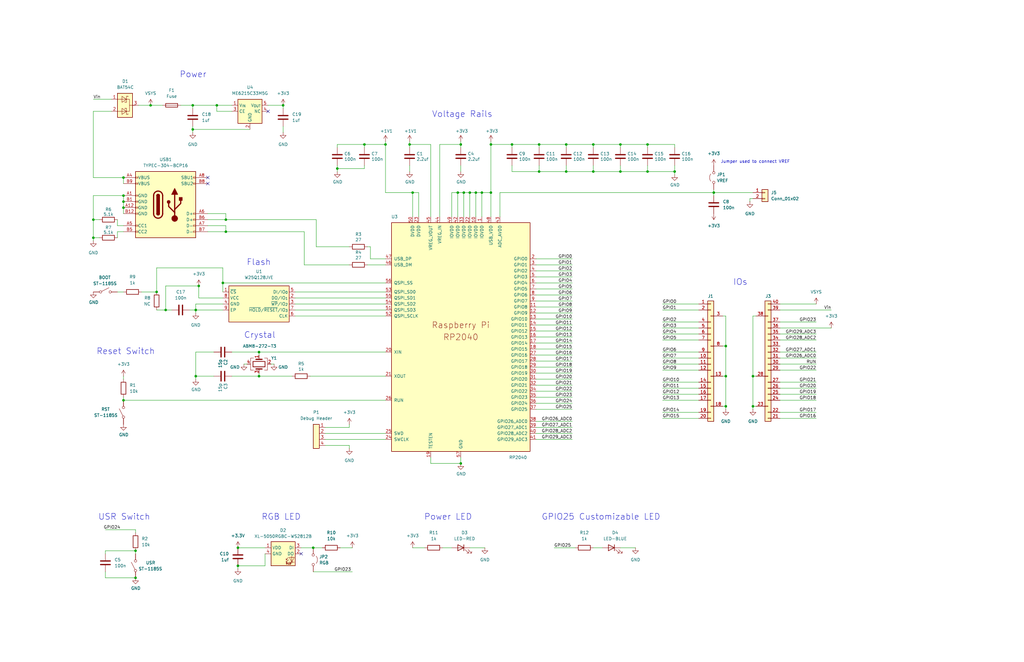
<source format=kicad_sch>
(kicad_sch (version 20250114) (generator "eeschema") (generator_version "9.0")
  (paper "B")
  (title_block (title "YD-RP2040 2022 v1.3 Remake") (date "2024-01-16") (rev "REV0"))
  (lib_symbols
    (symbol "+3V3_1" (power) (pin_numbers (hide yes)) (pin_names (offset 0) (hide yes))
      (property "Value" "+3V3" (at 0 3.556 0))
      (symbol "+3V3_1_1_1"
        (pin power_in line (at 0 0 90) (length 0) (name "~") (number "1"))
      )
    )
    (symbol "+3V3_2" (power) (pin_numbers (hide yes)) (pin_names (offset 0) (hide yes))
      (property "Value" "+3V3" (at 0 3.556 0))
      (symbol "+3V3_2_1_1"
        (pin power_in line (at 0 0 90) (length 0) (name "~") (number "1"))
      )
    )
    (symbol "+3V3_3" (power) (pin_numbers (hide yes)) (pin_names (offset 0) (hide yes))
      (property "Value" "+3V3" (at 0 3.556 0))
      (symbol "+3V3_3_1_1"
        (pin power_in line (at 0 0 90) (length 0) (name "~") (number "1"))
      )
    )
    (symbol "+3V3_4" (power) (pin_numbers (hide yes)) (pin_names (offset 0) (hide yes))
      (property "Value" "+3V3" (at 0 3.556 0))
      (symbol "+3V3_4_1_1"
        (pin power_in line (at 0 0 90) (length 0) (name "~") (number "1"))
      )
    )
    (symbol "+3V3_5" (power) (pin_numbers (hide yes)) (pin_names (offset 0) (hide yes))
      (property "Value" "+3V3" (at 0 3.556 0))
      (symbol "+3V3_5_1_1"
        (pin power_in line (at 0 0 90) (length 0) (name "~") (number "1"))
      )
    )
    (symbol "+3V3_6" (power) (pin_numbers (hide yes)) (pin_names (offset 0) (hide yes))
      (property "Value" "+3V3" (at 0 3.556 0))
      (symbol "+3V3_6_1_1"
        (pin power_in line (at 0 0 90) (length 0) (name "~") (number "1"))
      )
    )
    (symbol "+3V3_7" (power) (pin_numbers (hide yes)) (pin_names (offset 0) (hide yes))
      (property "Value" "+3V3" (at 0 3.556 0))
      (symbol "+3V3_7_1_1"
        (pin power_in line (at 0 0 90) (length 0) (name "~") (number "1"))
      )
    )
    (symbol "+3V3_8" (power) (pin_numbers (hide yes)) (pin_names (offset 0) (hide yes))
      (property "Value" "+3V3" (at 0 3.556 0))
      (symbol "+3V3_8_1_1"
        (pin power_in line (at 0 0 90) (length 0) (name "~") (number "1"))
      )
    )
    (symbol "+3V3_9" (power) (pin_numbers (hide yes)) (pin_names (offset 0) (hide yes))
      (property "Value" "+3V3" (at 0 3.556 0))
      (symbol "+3V3_9_1_1"
        (pin power_in line (at 0 0 90) (length 0) (name "~") (number "1"))
      )
    )
    (symbol "BAT54C_1" (pin_names (offset 1.016))
      (property "Reference" "P1" (at 1.27 7.62 0))
      (property "Value" "Debug Header" (at 1.27 5.08 0))
      (symbol "BAT54C_1_1_1"
        (pin passive line (at 5.08 1.27 180) (length 2.54) (name "~") (number "1"))
        (pin passive line (at 5.08 -1.27 180) (length 2.54) (name "~") (number "2"))
        (pin passive line (at 5.08 -3.81 180) (length 2.54) (name "~") (number "3"))
        (pin passive line (at 5.08 -6.35 180) (length 2.54) (name "~") (number "4"))
      )
    )
    (symbol "Conn_01x20_1" (pin_names (offset 1.016) (hide yes))
      (property "Reference" "J3" (at -1.27 28.194 0))
      (property "Value" "Conn_01x20" (at -5.842 26.162 0))
      (symbol "Conn_01x20_1_1_1"
        (pin passive line (at -5.08 22.86 0) (length 3.81) (name "Pin_20") (number "40"))
        (pin passive line (at -5.08 20.32 0) (length 3.81) (name "Pin_19") (number "39"))
        (pin passive line (at -5.08 15.24 0) (length 3.81) (name "Pin_17") (number "37"))
        (pin passive line (at -5.08 12.7 0) (length 3.81) (name "Pin_16") (number "36"))
        (pin passive line (at -5.08 10.16 0) (length 3.81) (name "Pin_15") (number "35"))
        (pin passive line (at -5.08 7.62 0) (length 3.81) (name "Pin_14") (number "34"))
        (pin passive line (at -5.08 5.08 0) (length 3.81) (name "Pin_13") (number "33"))
        (pin passive line (at -5.08 2.54 0) (length 3.81) (name "Pin_12") (number "32"))
        (pin passive line (at -5.08 0 0) (length 3.81) (name "Pin_11") (number "31"))
        (pin passive line (at -5.08 -2.54 0) (length 3.81) (name "Pin_10") (number "30"))
        (pin passive line (at -5.08 -5.08 0) (length 3.81) (name "Pin_9") (number "29"))
        (pin passive line (at -5.08 -10.16 0) (length 3.81) (name "Pin_7") (number "27"))
        (pin passive line (at -5.08 -12.7 0) (length 3.81) (name "Pin_6") (number "26"))
        (pin passive line (at -5.08 -15.24 0) (length 3.81) (name "Pin_5") (number "25"))
        (pin passive line (at -5.08 -17.78 0) (length 3.81) (name "Pin_4") (number "24"))
        (pin passive line (at -5.08 -22.86 0) (length 3.81) (name "Pin_2") (number "22"))
        (pin passive line (at -5.08 -25.4 0) (length 3.81) (name "Pin_1") (number "21"))
        (pin passive line (at 5.08 17.78 180) (length 3.81) (name "Pin_18") (number "38"))
        (pin passive line (at 5.08 -7.62 180) (length 3.81) (name "Pin_8") (number "28"))
        (pin passive line (at 5.08 -20.32 180) (length 3.81) (name "Pin_3") (number "23"))
      )
    )
    (symbol "Connector:USB_C_Receptacle" (pin_names (offset 1.016))
      (property "Reference" "USB1" (at 0 33.02 0))
      (property "Value" "TYPEC-304-BCP16" (at 0 30.48 0))
      (symbol "USB_C_Receptacle_1_1"
        (pin passive line (at -17.78 25.4 0) (length 5.08) (name "VBUS") (number "A4"))
        (pin passive line (at -17.78 25.4 0) (length 5.08) (hide yes) (name "VBUS") (number "A9"))
        (pin passive line (at -17.78 25.4 0) (length 5.08) (hide yes) (name "VBUS") (number "B4"))
        (pin passive line (at -17.78 25.4 0) (length 5.08) (hide yes) (name "VBUS") (number "B9"))
        (pin passive line (at -17.78 22.86 0) (length 5.08) (hide yes) (name "VBUS") (number "A9"))
        (pin passive line (at -17.78 22.86 0) (length 5.08) (hide yes) (name "VBUS") (number "B4"))
        (pin passive line (at -17.78 22.86 0) (length 5.08) (name "VBUS") (number "B9"))
        (pin passive line (at -17.78 22.86 0) (length 5.08) (hide yes) (name "VBUS") (number "B9"))
        (pin passive line (at -17.78 17.78 0) (length 5.08) (name "GND") (number "A1"))
        (pin passive line (at -17.78 17.78 0) (length 5.08) (hide yes) (name "VBUS") (number "A9"))
        (pin passive line (at -17.78 17.78 0) (length 5.08) (hide yes) (name "VBUS") (number "B4"))
        (pin passive line (at -17.78 17.78 0) (length 5.08) (hide yes) (name "VBUS") (number "B9"))
        (pin passive line (at -17.78 15.24 0) (length 5.08) (name "GND") (number "B1"))
        (pin passive line (at -17.78 15.24 0) (length 5.08) (hide yes) (name "VBUS") (number "B1"))
        (pin passive line (at -17.78 15.24 0) (length 5.08) (hide yes) (name "VBUS") (number "B4"))
        (pin passive line (at -17.78 15.24 0) (length 5.08) (hide yes) (name "VBUS") (number "B9"))
        (pin passive line (at -17.78 12.7 0) (length 5.08) (name "GND") (number "A12"))
        (pin passive line (at -17.78 12.7 0) (length 5.08) (hide yes) (name "VBUS") (number "A9"))
        (pin passive line (at -17.78 12.7 0) (length 5.08) (hide yes) (name "VBUS") (number "B4"))
        (pin passive line (at -17.78 12.7 0) (length 5.08) (hide yes) (name "VBUS") (number "B9"))
        (pin passive line (at -17.78 10.16 0) (length 5.08) (hide yes) (name "VBUS") (number "B1"))
        (pin passive line (at -17.78 10.16 0) (length 5.08) (name "GND") (number "B12"))
        (pin passive line (at -17.78 10.16 0) (length 5.08) (hide yes) (name "VBUS") (number "B4"))
        (pin passive line (at -17.78 10.16 0) (length 5.08) (hide yes) (name "VBUS") (number "B9"))
        (pin bidirectional line (at -17.78 5.08 0) (length 5.08) (name "CC1") (number "A5"))
        (pin bidirectional line (at -17.78 2.54 0) (length 5.08) (name "CC2") (number "B5"))
        (pin bidirectional line (at 17.78 25.4 180) (length 5.08) (name "SBU1") (number "A8"))
        (pin bidirectional line (at 17.78 22.86 180) (length 5.08) (name "SBU2") (number "B8"))
        (pin bidirectional line (at 17.78 10.16 180) (length 5.08) (name "D+") (number "A6"))
        (pin bidirectional line (at 17.78 7.62 180) (length 5.08) (name "D+") (number "B6"))
        (pin bidirectional line (at 17.78 5.08 180) (length 5.08) (name "D-") (number "A7"))
        (pin bidirectional line (at 17.78 2.54 180) (length 5.08) (name "D-") (number "B7"))
      )
    )
    (symbol "Connector_Generic:Conn_01x02" (pin_names (offset 1.016) (hide yes))
      (property "Reference" "J" (at 0 2.54 0))
      (property "Value" "Conn_01x02" (at 0 -5.08 0))
      (symbol "Conn_01x02_1_1"
        (pin passive line (at -5.08 0 0) (length 3.81) (name "Pin_1") (number "1"))
        (pin passive line (at -5.08 -2.54 0) (length 3.81) (name "Pin_2") (number "2"))
      )
    )
    (symbol "Connector_Generic:Conn_01x20" (pin_names (offset 1.016) (hide yes))
      (property "Reference" "J1" (at -1.27 28.194 0))
      (property "Value" "Conn_01x20" (at -5.842 26.162 0))
      (symbol "Conn_01x20_1_1"
        (pin passive line (at -5.08 22.86 0) (length 3.81) (name "Pin_1") (number "1"))
        (pin passive line (at -5.08 20.32 0) (length 3.81) (name "Pin_2") (number "2"))
        (pin passive line (at -5.08 15.24 0) (length 3.81) (name "Pin_4") (number "4"))
        (pin passive line (at -5.08 12.7 0) (length 3.81) (name "Pin_5") (number "5"))
        (pin passive line (at -5.08 10.16 0) (length 3.81) (name "Pin_6") (number "6"))
        (pin passive line (at -5.08 7.62 0) (length 3.81) (name "Pin_7") (number "7"))
        (pin passive line (at -5.08 2.54 0) (length 3.81) (name "Pin_9") (number "9"))
        (pin passive line (at -5.08 0 0) (length 3.81) (name "Pin_10") (number "10"))
        (pin passive line (at -5.08 -2.54 0) (length 3.81) (name "Pin_11") (number "11"))
        (pin passive line (at -5.08 -5.08 0) (length 3.81) (name "Pin_12") (number "12"))
        (pin passive line (at -5.08 -10.16 0) (length 3.81) (name "Pin_14") (number "14"))
        (pin passive line (at -5.08 -12.7 0) (length 3.81) (name "Pin_15") (number "15"))
        (pin passive line (at -5.08 -15.24 0) (length 3.81) (name "Pin_16") (number "16"))
        (pin passive line (at -5.08 -17.78 0) (length 3.81) (name "Pin_17") (number "17"))
        (pin passive line (at -5.08 -22.86 0) (length 3.81) (name "Pin_19") (number "19"))
        (pin passive line (at -5.08 -25.4 0) (length 3.81) (name "Pin_20") (number "20"))
        (pin passive line (at 5.08 17.78 180) (length 3.81) (name "Pin_3") (number "3"))
        (pin passive line (at 5.08 5.08 180) (length 3.81) (name "Pin_8") (number "8"))
        (pin passive line (at 5.08 -7.62 180) (length 3.81) (name "Pin_13") (number "13"))
        (pin passive line (at 5.08 -20.32 180) (length 3.81) (name "Pin_18") (number "18"))
      )
    )
    (symbol "Device:C" (pin_numbers (hide yes)) (pin_names (offset 0.254))
      (property "Reference" "C" (at 0.635 2.54 0))
      (property "Value" "C" (at 0.635 -2.54 0))
      (symbol "C_1_1"
        (pin passive line (at 0 3.81 270) (length 2.794) (name "~") (number "1"))
        (pin passive line (at 0 -3.81 90) (length 2.794) (name "~") (number "2"))
      )
    )
    (symbol "Device:Crystal_GND24" (pin_names (offset 1.016) (hide yes))
      (property "Reference" "Y" (at 3.175 5.08 0))
      (property "Value" "Crystal_GND24" (at 3.175 3.175 0))
      (symbol "Crystal_GND24_1_1"
        (pin passive line (at -3.81 0 0) (length 1.27) (name "1") (number "1"))
        (pin passive line (at 0 5.08 270) (length 1.27) (name "2") (number "2"))
        (pin passive line (at 0 -5.08 90) (length 1.27) (name "4") (number "4"))
        (pin passive line (at 3.81 0 180) (length 1.27) (name "3") (number "3"))
      )
    )
    (symbol "Device:Fuse" (pin_numbers (hide yes)) (pin_names (offset 0))
      (property "Reference" "F" (at 2.032 0 90))
      (property "Value" "Fuse" (at -1.905 0 90))
      (symbol "Fuse_1_1"
        (pin passive line (at 0 3.81 270) (length 1.27) (name "~") (number "1"))
        (pin passive line (at 0 -3.81 90) (length 1.27) (name "~") (number "2"))
      )
    )
    (symbol "Device:LED" (pin_numbers (hide yes)) (pin_names (offset 1.016) (hide yes))
      (property "Reference" "D" (at 0 2.54 0))
      (property "Value" "LED" (at 0 -2.54 0))
      (symbol "LED_1_1"
        (pin passive line (at -3.81 0 0) (length 2.54) (name "K") (number "1"))
        (pin passive line (at 3.81 0 180) (length 2.54) (name "A") (number "2"))
      )
    )
    (symbol "Device:R" (pin_numbers (hide yes)) (pin_names (offset 0))
      (property "Reference" "R" (at 2.032 0 90))
      (property "Value" "R" (at 0 0 90))
      (symbol "R_1_1"
        (pin passive line (at 0 3.81 270) (length 1.27) (name "~") (number "1"))
        (pin passive line (at 0 -3.81 90) (length 1.27) (name "~") (number "2"))
      )
    )
    (symbol "Diode:BAT54C" (pin_names (offset 1.016))
      (property "Reference" "D1" (at -0.508 7.62 0))
      (property "Value" "BAT54C" (at -0.508 5.08 0))
      (symbol "BAT54C_1_1"
        (pin passive line (at -6.35 0 0) (length 2.54) (name "~") (number "1"))
        (pin passive line (at -6.35 -5.08 0) (length 2.54) (name "~") (number "2"))
        (pin passive line (at 5.08 -2.54 180) (length 2.54) (name "~") (number "3"))
      )
    )
    (symbol "GND_1" (power) (pin_numbers (hide yes)) (pin_names (offset 0) (hide yes))
      (property "Value" "GND" (at 0 -3.81 0))
      (symbol "GND_1_1_1"
        (pin power_in line (at 0 0 270) (length 0) (name "~") (number "1"))
      )
    )
    (symbol "GND_2" (power) (pin_numbers (hide yes)) (pin_names (offset 0) (hide yes))
      (property "Value" "GND" (at 0 -3.81 0))
      (symbol "GND_2_1_1"
        (pin power_in line (at 0 0 270) (length 0) (name "~") (number "1"))
      )
    )
    (symbol "GND_3" (power) (pin_numbers (hide yes)) (pin_names (offset 0) (hide yes))
      (property "Value" "GND" (at 0 -3.81 0))
      (symbol "GND_3_1_1"
        (pin power_in line (at 0 0 270) (length 0) (name "~") (number "1"))
      )
    )
    (symbol "GND_4" (power) (pin_numbers (hide yes)) (pin_names (offset 0) (hide yes))
      (property "Value" "GND" (at 0 -3.81 0))
      (symbol "GND_4_1_1"
        (pin power_in line (at 0 0 270) (length 0) (name "~") (number "1"))
      )
    )
    (symbol "GND_5" (power) (pin_numbers (hide yes)) (pin_names (offset 0) (hide yes))
      (property "Value" "GND" (at 0 -3.81 0))
      (symbol "GND_5_1_1"
        (pin power_in line (at 0 0 270) (length 0) (name "~") (number "1"))
      )
    )
    (symbol "GND_6" (power) (pin_numbers (hide yes)) (pin_names (offset 0) (hide yes))
      (property "Value" "GND" (at 0 -3.81 0))
      (symbol "GND_6_1_1"
        (pin power_in line (at 0 0 270) (length 0) (name "~") (number "1"))
      )
    )
    (symbol "GND_7" (power) (pin_numbers (hide yes)) (pin_names (offset 0) (hide yes))
      (property "Value" "GND" (at 0 -3.81 0))
      (symbol "GND_7_1_1"
        (pin power_in line (at 0 0 270) (length 0) (name "~") (number "1"))
      )
    )
    (symbol "GND_8" (power) (pin_numbers (hide yes)) (pin_names (offset 0) (hide yes))
      (property "Value" "GND" (at 0 -3.81 0))
      (symbol "GND_8_1_1"
        (pin power_in line (at 0 0 270) (length 0) (name "~") (number "1"))
      )
    )
    (symbol "GND_9" (power) (pin_numbers (hide yes)) (pin_names (offset 0) (hide yes))
      (property "Value" "GND" (at 0 -3.81 0))
      (symbol "GND_9_1_1"
        (pin power_in line (at 0 0 270) (length 0) (name "~") (number "1"))
      )
    )
    (symbol "Jumper:Jumper_2_Open" (pin_numbers (hide yes)) (pin_names (offset 0) (hide yes))
      (property "Reference" "JP" (at 0 2.794 0))
      (property "Value" "Jumper_2_Open" (at 0 -2.286 0))
      (symbol "Jumper_2_Open_1_1"
        (pin passive line (at -5.08 0 0) (length 2.54) (name "A") (number "1"))
        (pin passive line (at 5.08 0 180) (length 2.54) (name "B") (number "2"))
      )
    )
    (symbol "LED:APA-106-F5"
      (property "Reference" "D2" (at 0 9.144 0))
      (property "Value" "XL-5050RGBC-WS2812B" (at 0 6.604 0))
      (symbol "APA-106-F5_0_0"
        (text "RGB" (at 2.286 -4.191 0) (effects (font (size 0.762 0.762))))
      )
      (symbol "APA-106-F5_1_1"
        (pin power_in line (at -7.62 2.54 0) (length 2.54) (name "VDD") (number "1"))
        (pin power_in line (at -7.62 0 0) (length 2.54) (name "GND") (number "4"))
        (pin input line (at 7.62 2.54 180) (length 2.54) (name "DI") (number "3"))
        (pin output line (at 7.62 0 180) (length 2.54) (name "DO") (number "2"))
      )
    )
    (symbol "MCU_RaspberryPi_RP2040:RP2040" (pin_names (offset 1.016))
      (property "Reference" "U3" (at -27.94 49.53 0))
      (property "Value" "RP2040" (at 24.13 -50.8 0))
      (symbol "RP2040_0_0"
        (text "Raspberry Pi" (at 0 5.08 0) (effects (font (size 2.54 2.54))))
        (text "RP2040" (at 0 0 0) (effects (font (size 2.54 2.54))))
      )
      (symbol "RP2040_1_1"
        (pin bidirectional line (at -31.75 33.02 0) (length 2.54) (name "USB_DP") (number "47"))
        (pin bidirectional line (at -31.75 30.48 0) (length 2.54) (name "USB_DM") (number "46"))
        (pin bidirectional line (at -31.75 22.86 0) (length 2.54) (name "QSPI_SS") (number "56"))
        (pin bidirectional line (at -31.75 19.05 0) (length 2.54) (name "QSPI_SD0") (number "53"))
        (pin bidirectional line (at -31.75 16.51 0) (length 2.54) (name "QSPI_SD1") (number "55"))
        (pin bidirectional line (at -31.75 13.97 0) (length 2.54) (name "QSPI_SD2") (number "54"))
        (pin bidirectional line (at -31.75 11.43 0) (length 2.54) (name "QSPI_SD3") (number "51"))
        (pin output line (at -31.75 8.89 0) (length 2.54) (name "QSPI_SCLK") (number "52"))
        (pin input line (at -31.75 -6.35 0) (length 2.54) (name "XIN") (number "20"))
        (pin passive line (at -31.75 -16.51 0) (length 2.54) (name "XOUT") (number "21"))
        (pin input line (at -31.75 -26.67 0) (length 2.54) (name "RUN") (number "26"))
        (pin bidirectional line (at -31.75 -40.64 0) (length 2.54) (name "SWD") (number "25"))
        (pin output line (at -31.75 -43.18 0) (length 2.54) (name "SWCLK") (number "24"))
        (pin power_in line (at -20.32 50.8 270) (length 2.54) (name "DVDD") (number "50"))
        (pin power_in line (at -17.78 50.8 270) (length 2.54) (name "DVDD") (number "23"))
        (pin power_out line (at -12.7 50.8 270) (length 2.54) (name "VREG_VOUT") (number "45"))
        (pin passive line (at -12.7 -50.8 90) (length 2.54) (name "TESTEN") (number "19"))
        (pin power_in line (at -8.89 50.8 270) (length 2.54) (name "VREG_IN") (number "44"))
        (pin power_in line (at -3.81 50.8 270) (length 2.54) (name "IOVDD") (number "49"))
        (pin power_in line (at -1.27 50.8 270) (length 2.54) (name "IOVDD") (number "42"))
        (pin power_in line (at 0 -50.8 90) (length 2.54) (name "GND") (number "57"))
        (pin power_in line (at 1.27 50.8 270) (length 2.54) (name "IOVDD") (number "33"))
        (pin power_in line (at 3.81 50.8 270) (length 2.54) (name "IOVDD") (number "22"))
        (pin power_in line (at 6.35 50.8 270) (length 2.54) (name "IOVDD") (number "10"))
        (pin power_in line (at 8.89 50.8 270) (length 2.54) (name "IOVDD") (number "1"))
        (pin power_in line (at 12.7 50.8 270) (length 2.54) (name "USB_VDD") (number "48"))
        (pin power_in line (at 16.51 50.8 270) (length 2.54) (name "ADC_AVDD") (number "43"))
        (pin bidirectional line (at 31.75 33.02 180) (length 2.54) (name "GPIO0") (number "2"))
        (pin bidirectional line (at 31.75 30.48 180) (length 2.54) (name "GPIO1") (number "3"))
        (pin bidirectional line (at 31.75 27.94 180) (length 2.54) (name "GPIO2") (number "4"))
        (pin bidirectional line (at 31.75 25.4 180) (length 2.54) (name "GPIO3") (number "5"))
        (pin bidirectional line (at 31.75 22.86 180) (length 2.54) (name "GPIO4") (number "6"))
        (pin bidirectional line (at 31.75 20.32 180) (length 2.54) (name "GPIO5") (number "7"))
        (pin bidirectional line (at 31.75 17.78 180) (length 2.54) (name "GPIO6") (number "8"))
        (pin bidirectional line (at 31.75 15.24 180) (length 2.54) (name "GPIO7") (number "9"))
        (pin bidirectional line (at 31.75 12.7 180) (length 2.54) (name "GPIO8") (number "11"))
        (pin bidirectional line (at 31.75 10.16 180) (length 2.54) (name "GPIO9") (number "12"))
        (pin bidirectional line (at 31.75 7.62 180) (length 2.54) (name "GPIO10") (number "13"))
        (pin bidirectional line (at 31.75 5.08 180) (length 2.54) (name "GPIO11") (number "14"))
        (pin bidirectional line (at 31.75 2.54 180) (length 2.54) (name "GPIO12") (number "15"))
        (pin bidirectional line (at 31.75 0 180) (length 2.54) (name "GPIO13") (number "16"))
        (pin bidirectional line (at 31.75 -2.54 180) (length 2.54) (name "GPIO14") (number "17"))
        (pin bidirectional line (at 31.75 -5.08 180) (length 2.54) (name "GPIO15") (number "18"))
        (pin bidirectional line (at 31.75 -7.62 180) (length 2.54) (name "GPIO16") (number "27"))
        (pin bidirectional line (at 31.75 -10.16 180) (length 2.54) (name "GPIO17") (number "28"))
        (pin bidirectional line (at 31.75 -12.7 180) (length 2.54) (name "GPIO18") (number "29"))
        (pin bidirectional line (at 31.75 -15.24 180) (length 2.54) (name "GPIO19") (number "30"))
        (pin bidirectional line (at 31.75 -17.78 180) (length 2.54) (name "GPIO20") (number "31"))
        (pin bidirectional line (at 31.75 -20.32 180) (length 2.54) (name "GPIO21") (number "32"))
        (pin bidirectional line (at 31.75 -22.86 180) (length 2.54) (name "GPIO22") (number "34"))
        (pin bidirectional line (at 31.75 -25.4 180) (length 2.54) (name "GPIO23") (number "35"))
        (pin bidirectional line (at 31.75 -27.94 180) (length 2.54) (name "GPIO24") (number "36"))
        (pin bidirectional line (at 31.75 -30.48 180) (length 2.54) (name "GPIO25") (number "37"))
        (pin bidirectional line (at 31.75 -35.56 180) (length 2.54) (name "GPIO26_ADC0") (number "38"))
        (pin bidirectional line (at 31.75 -38.1 180) (length 2.54) (name "GPIO27_ADC1") (number "39"))
        (pin bidirectional line (at 31.75 -40.64 180) (length 2.54) (name "GPIO28_ADC2") (number "40"))
        (pin bidirectional line (at 31.75 -43.18 180) (length 2.54) (name "GPIO29_ADC3") (number "41"))
      )
    )
    (symbol "Memory_Flash:W25Q32JVZP"
      (property "Reference" "U1" (at 0 15.24 0))
      (property "Value" "W25Q128JVE" (at 0 12.7 0))
      (symbol "W25Q32JVZP_1_1"
        (pin bidirectional line (at -15.24 7.62 0) (length 2.54) (name "DI/IO_{0}") (number "5"))
        (pin bidirectional line (at -15.24 5.08 0) (length 2.54) (name "DO/IO_{1}") (number "2"))
        (pin bidirectional line (at -15.24 2.54 0) (length 2.54) (name "~{WP}/IO_{2}") (number "3"))
        (pin bidirectional line (at -15.24 0 0) (length 2.54) (name "~{HOLD}/~{RESET}/IO_{3}") (number "7"))
        (pin input line (at -15.24 -2.54 0) (length 2.54) (name "CLK") (number "6"))
        (pin input line (at 15.24 7.62 180) (length 2.54) (name "~{CS}") (number "1"))
        (pin power_in line (at 15.24 5.08 180) (length 2.54) (name "VCC") (number "8"))
        (pin power_in line (at 15.24 2.54 180) (length 2.54) (name "GND") (number "4"))
        (pin passive line (at 15.24 0 180) (length 2.54) (name "EP") (number "9"))
      )
    )
    (symbol "Regulator_Linear:ME6211C33M5"
      (property "Reference" "U4" (at 0 10.16 0))
      (property "Value" "ME6215C33M5G" (at 0 7.62 0))
      (symbol "ME6211C33M5_1_1"
        (pin power_in line (at -7.62 2.54 0) (length 2.54) (name "V_{IN}") (number "1"))
        (pin input line (at -7.62 0 0) (length 2.54) (name "CE") (number "3"))
        (pin power_in line (at 0 -7.62 90) (length 2.54) (name "GND") (number "2"))
        (pin no_connect line (at 5.08 0 180) (length 2.54) (hide yes) (name "NC") (number "4"))
        (pin power_out line (at 7.62 2.54 180) (length 2.54) (name "V_{OUT}") (number "5"))
        (pin unspecified line (at 7.62 0 180) (length 2.54) (name "NC") (number "4"))
      )
    )
    (symbol "Simulation_SPICE:SWITCH" (pin_numbers (hide yes)) (pin_names (offset 1.016) (hide yes))
      (property "Reference" "BOOT" (at 2.54 2.6671 0))
      (property "Value" "ST-1185S" (at 2.54 0.1271 0))
      (symbol "SWITCH_1_1"
        (pin passive line (at 0 5.08 270) (length 2.54) (name "N+") (number "1"))
        (pin passive line (at 0 -5.08 90) (length 2.54) (name "N-") (number "2"))
      )
    )
    (symbol "VBUS_1" (power) (pin_numbers (hide yes)) (pin_names (offset 0) (hide yes))
      (property "Value" "VBUS" (at 0 3.556 0))
      (symbol "VBUS_1_1_1"
        (pin power_in line (at 0 0 90) (length 0) (name "~") (number "1"))
      )
    )
    (symbol "power:+1V1" (power) (pin_names (offset 0))
      (property "Value" "+1V1" (at 0 3.556 0))
      (symbol "+1V1_1_1"
        (pin power_in line (at 0 0 90) (length 0) (hide yes) (name "+1V1") (number "1"))
      )
    )
    (symbol "power:+3.3V" (power) (pin_numbers (hide yes)) (pin_names (offset 0) (hide yes))
      (property "Value" "+3.3V" (at 0 3.556 0))
      (symbol "+3.3V_1_1"
        (pin power_in line (at 0 0 90) (length 0) (name "~") (number "1"))
      )
    )
    (symbol "power:+3V3" (power) (pin_names (offset 0))
      (property "Value" "+3V3" (at 0 3.556 0))
      (symbol "+3V3_1_1"
        (pin power_in line (at 0 0 90) (length 0) (hide yes) (name "+3V3") (number "1"))
      )
    )
    (symbol "power:GND" (power) (pin_names (offset 0))
      (property "Value" "GND" (at 0 -3.81 0))
      (symbol "GND_1_1"
        (pin power_in line (at 0 0 270) (length 0) (hide yes) (name "GND") (number "1"))
      )
    )
  )
  (text "USR Switch" (at 41.402 219.71 0) (effects (font (size 2.54 2.54)) (justify left bottom)))
  (text "IOs" (at 309.118 120.65 0) (effects (font (size 2.54 2.54)) (justify left bottom)))
  (text "Power" (at 75.692 33.02 0) (effects (font (size 2.54 2.54)) (justify left bottom)))
  (text "Crystal" (at 102.87 143.002 0) (effects (font (size 2.54 2.54)) (justify left bottom)))
  (text "RGB LED" (at 110.236 219.71 0) (effects (font (size 2.54 2.54)) (justify left bottom)))
  (text "Jumper used to connect VREF" (at 318.516 68.326 0) (effects (font (size 1.27 1.27))))
  (text "Voltage Rails" (at 182.118 49.784 0) (effects (font (size 2.54 2.54)) (justify left bottom)))
  (text "GPIO25 Customizable LED" (at 228.346 219.71 0) (effects (font (size 2.54 2.54)) (justify left bottom)))
  (text "Power LED" (at 178.816 219.71 0) (effects (font (size 2.54 2.54)) (justify left bottom)))
  (text "Reset Switch" (at 40.64 149.86 0) (effects (font (size 2.54 2.54)) (justify left bottom)))
  (text "Flash" (at 114.3 112.268 0) (effects (font (size 2.54 2.54)) (justify right bottom)))
  (junction (at 63.5 44.45))
  (junction (at 69.85 130.81))
  (junction (at 83.82 120.65))
  (junction (at 317.5 171.45))
  (junction (at 153.67 60.96))
  (junction (at 306.07 171.45))
  (junction (at 82.55 130.81))
  (junction (at 82.55 158.75))
  (junction (at 215.9 60.96))
  (junction (at 238.76 72.39))
  (junction (at 207.01 81.28))
  (junction (at 250.19 60.96))
  (junction (at 57.15 232.41))
  (junction (at 172.72 60.96))
  (junction (at 109.22 148.59))
  (junction (at 93.98 119.38))
  (junction (at 238.76 60.96))
  (junction (at 200.66 81.28))
  (junction (at 91.44 44.45))
  (junction (at 142.24 71.12))
  (junction (at 100.33 238.76))
  (junction (at 173.99 81.28))
  (junction (at 273.05 60.96))
  (junction (at 119.38 44.45))
  (junction (at 66.04 123.19))
  (junction (at 100.33 231.14))
  (junction (at 284.48 72.39))
  (junction (at 109.22 158.75))
  (junction (at 306.07 146.05))
  (junction (at 250.19 72.39))
  (junction (at 194.31 60.96))
  (junction (at 52.07 74.93))
  (junction (at 52.07 168.91))
  (junction (at 39.37 100.33))
  (junction (at 57.15 243.84))
  (junction (at 306.07 158.75))
  (junction (at 132.08 231.14))
  (junction (at 39.37 92.71))
  (junction (at 203.2 81.28))
  (junction (at 195.58 81.28))
  (junction (at 95.25 97.79))
  (junction (at 162.56 60.96))
  (junction (at 52.07 85.09))
  (junction (at 227.33 72.39))
  (junction (at 261.62 72.39))
  (junction (at 52.07 87.63))
  (junction (at 198.12 81.28))
  (junction (at 193.04 81.28))
  (junction (at 81.28 44.45))
  (junction (at 194.31 195.58))
  (junction (at 207.01 60.96))
  (junction (at 95.25 92.71))
  (junction (at 300.99 81.28))
  (junction (at 52.07 82.55))
  (junction (at 81.28 54.61))
  (junction (at 261.62 60.96))
  (junction (at 273.05 72.39))
  (junction (at 317.5 158.75))
  (junction (at 227.33 60.96))
  (no_connect (at 127 233.68))
  (no_connect (at 113.03 46.99))
  (no_connect (at 87.63 77.47))
  (no_connect (at 87.63 74.93))
  (wire (pts (xy 328.93 140.97) (xy 344.17 140.97)))
  (wire (pts (xy 226.06 134.62) (xy 241.3 134.62)))
  (wire (pts (xy 294.64 151.13) (xy 279.4 151.13)))
  (wire (pts (xy 198.12 231.14) (xy 204.47 231.14)))
  (wire (pts (xy 142.24 71.12) (xy 153.67 71.12)))
  (wire (pts (xy 156.21 104.14) (xy 156.21 109.22)))
  (wire (pts (xy 328.93 166.37) (xy 344.17 166.37)))
  (wire (pts (xy 95.25 97.79) (xy 128.27 97.79)))
  (wire (pts (xy 49.53 97.79) (xy 52.07 97.79)))
  (wire (pts (xy 80.01 130.81) (xy 82.55 130.81)))
  (wire (pts (xy 294.64 140.97) (xy 279.4 140.97)))
  (wire (pts (xy 238.76 60.96) (xy 250.19 60.96)))
  (wire (pts (xy 306.07 133.35) (xy 306.07 146.05)))
  (wire (pts (xy 119.38 44.45) (xy 119.38 45.72)))
  (wire (pts (xy 203.2 81.28) (xy 207.01 81.28)))
  (wire (pts (xy 39.37 92.71) (xy 41.91 92.71)))
  (wire (pts (xy 194.31 59.69) (xy 194.31 60.96)))
  (wire (pts (xy 317.5 83.82) (xy 316.23 83.82)))
  (wire (pts (xy 238.76 62.23) (xy 238.76 60.96)))
  (wire (pts (xy 49.53 95.25) (xy 52.07 95.25)))
  (wire (pts (xy 128.27 97.79) (xy 128.27 111.76)))
  (wire (pts (xy 162.56 59.69) (xy 162.56 60.96)))
  (wire (pts (xy 132.08 231.14) (xy 135.89 231.14)))
  (wire (pts (xy 226.06 147.32) (xy 241.3 147.32)))
  (wire (pts (xy 294.64 163.83) (xy 279.4 163.83)))
  (wire (pts (xy 294.64 135.89) (xy 279.4 135.89)))
  (wire (pts (xy 100.33 240.03) (xy 100.33 238.76)))
  (wire (pts (xy 226.06 172.72) (xy 241.3 172.72)))
  (wire (pts (xy 306.07 146.05) (xy 306.07 158.75)))
  (wire (pts (xy 190.5 81.28) (xy 193.04 81.28)))
  (wire (pts (xy 226.06 167.64) (xy 241.3 167.64)))
  (wire (pts (xy 44.45 243.84) (xy 44.45 241.3)))
  (wire (pts (xy 162.56 111.76) (xy 154.94 111.76)))
  (wire (pts (xy 194.31 60.96) (xy 185.42 60.96)))
  (wire (pts (xy 190.5 81.28) (xy 190.5 91.44)))
  (wire (pts (xy 226.06 109.22) (xy 241.3 109.22)))
  (wire (pts (xy 294.64 143.51) (xy 279.4 143.51)))
  (wire (pts (xy 300.99 80.01) (xy 300.99 81.28)))
  (wire (pts (xy 83.82 120.65) (xy 83.82 125.73)))
  (wire (pts (xy 233.68 231.14) (xy 242.57 231.14)))
  (wire (pts (xy 317.5 172.72) (xy 317.5 171.45)))
  (wire (pts (xy 81.28 44.45) (xy 91.44 44.45)))
  (wire (pts (xy 181.61 60.96) (xy 181.61 91.44)))
  (wire (pts (xy 133.35 92.71) (xy 133.35 104.14)))
  (wire (pts (xy 238.76 69.85) (xy 238.76 72.39)))
  (wire (pts (xy 173.99 231.14) (xy 179.07 231.14)))
  (wire (pts (xy 226.06 114.3) (xy 241.3 114.3)))
  (wire (pts (xy 173.99 81.28) (xy 173.99 91.44)))
  (wire (pts (xy 318.77 158.75) (xy 317.5 158.75)))
  (wire (pts (xy 172.72 60.96) (xy 181.61 60.96)))
  (wire (pts (xy 82.55 132.08) (xy 82.55 130.81)))
  (wire (pts (xy 111.76 233.68) (xy 111.76 238.76)))
  (wire (pts (xy 102.87 153.67) (xy 104.14 153.67)))
  (wire (pts (xy 39.37 92.71) (xy 39.37 100.33)))
  (wire (pts (xy 142.24 60.96) (xy 153.67 60.96)))
  (wire (pts (xy 226.06 182.88) (xy 241.3 182.88)))
  (wire (pts (xy 294.64 166.37) (xy 279.4 166.37)))
  (wire (pts (xy 142.24 69.85) (xy 142.24 71.12)))
  (wire (pts (xy 304.8 171.45) (xy 306.07 171.45)))
  (wire (pts (xy 114.3 153.67) (xy 115.57 153.67)))
  (wire (pts (xy 69.85 130.81) (xy 66.04 130.81)))
  (wire (pts (xy 294.64 168.91) (xy 279.4 168.91)))
  (wire (pts (xy 124.46 130.81) (xy 162.56 130.81)))
  (wire (pts (xy 294.64 161.29) (xy 279.4 161.29)))
  (wire (pts (xy 97.79 148.59) (xy 109.22 148.59)))
  (wire (pts (xy 172.72 62.23) (xy 172.72 60.96)))
  (wire (pts (xy 328.93 151.13) (xy 344.17 151.13)))
  (wire (pts (xy 294.64 138.43) (xy 279.4 138.43)))
  (wire (pts (xy 153.67 60.96) (xy 162.56 60.96)))
  (wire (pts (xy 162.56 60.96) (xy 162.56 81.28)))
  (wire (pts (xy 294.64 156.21) (xy 279.4 156.21)))
  (wire (pts (xy 124.46 125.73) (xy 162.56 125.73)))
  (wire (pts (xy 195.58 81.28) (xy 195.58 91.44)))
  (wire (pts (xy 147.32 187.96) (xy 147.32 189.23)))
  (wire (pts (xy 261.62 62.23) (xy 261.62 60.96)))
  (wire (pts (xy 193.04 81.28) (xy 195.58 81.28)))
  (wire (pts (xy 39.37 82.55) (xy 39.37 92.71)))
  (wire (pts (xy 176.53 81.28) (xy 176.53 91.44)))
  (wire (pts (xy 215.9 62.23) (xy 215.9 60.96)))
  (wire (pts (xy 93.98 113.03) (xy 66.04 113.03)))
  (wire (pts (xy 207.01 60.96) (xy 215.9 60.96)))
  (wire (pts (xy 250.19 231.14) (xy 254 231.14)))
  (wire (pts (xy 294.64 153.67) (xy 279.4 153.67)))
  (wire (pts (xy 87.63 95.25) (xy 95.25 95.25)))
  (wire (pts (xy 109.22 157.48) (xy 109.22 158.75)))
  (wire (pts (xy 82.55 158.75) (xy 82.55 160.02)))
  (wire (pts (xy 162.56 109.22) (xy 156.21 109.22)))
  (wire (pts (xy 66.04 113.03) (xy 66.04 123.19)))
  (wire (pts (xy 328.93 153.67) (xy 344.17 153.67)))
  (wire (pts (xy 113.03 44.45) (xy 119.38 44.45)))
  (wire (pts (xy 57.15 243.84) (xy 44.45 243.84)))
  (wire (pts (xy 83.82 120.65) (xy 69.85 120.65)))
  (wire (pts (xy 39.37 101.6) (xy 39.37 100.33)))
  (wire (pts (xy 137.16 187.96) (xy 147.32 187.96)))
  (wire (pts (xy 95.25 90.17) (xy 95.25 92.71)))
  (wire (pts (xy 328.93 168.91) (xy 344.17 168.91)))
  (wire (pts (xy 318.77 171.45) (xy 317.5 171.45)))
  (wire (pts (xy 261.62 60.96) (xy 273.05 60.96)))
  (wire (pts (xy 93.98 130.81) (xy 82.55 130.81)))
  (wire (pts (xy 81.28 55.88) (xy 81.28 54.61)))
  (wire (pts (xy 284.48 69.85) (xy 284.48 72.39)))
  (wire (pts (xy 83.82 125.73) (xy 93.98 125.73)))
  (wire (pts (xy 130.81 158.75) (xy 162.56 158.75)))
  (wire (pts (xy 328.93 143.51) (xy 344.17 143.51)))
  (wire (pts (xy 226.06 144.78) (xy 241.3 144.78)))
  (wire (pts (xy 226.06 124.46) (xy 241.3 124.46)))
  (wire (pts (xy 57.15 223.52) (xy 44.45 223.52)))
  (wire (pts (xy 153.67 71.12) (xy 153.67 69.85)))
  (wire (pts (xy 227.33 62.23) (xy 227.33 60.96)))
  (wire (pts (xy 227.33 72.39) (xy 215.9 72.39)))
  (wire (pts (xy 226.06 177.8) (xy 241.3 177.8)))
  (wire (pts (xy 207.01 60.96) (xy 207.01 81.28)))
  (wire (pts (xy 132.08 241.3) (xy 148.59 241.3)))
  (wire (pts (xy 186.69 231.14) (xy 190.5 231.14)))
  (wire (pts (xy 194.31 60.96) (xy 194.31 62.23)))
  (wire (pts (xy 207.01 59.69) (xy 207.01 60.96)))
  (wire (pts (xy 328.93 138.43) (xy 350.52 138.43)))
  (wire (pts (xy 317.5 133.35) (xy 317.5 158.75)))
  (wire (pts (xy 226.06 127) (xy 241.3 127)))
  (wire (pts (xy 328.93 148.59) (xy 344.17 148.59)))
  (wire (pts (xy 124.46 128.27) (xy 162.56 128.27)))
  (wire (pts (xy 172.72 69.85) (xy 172.72 72.39)))
  (wire (pts (xy 227.33 60.96) (xy 238.76 60.96)))
  (wire (pts (xy 57.15 232.41) (xy 57.15 233.68)))
  (wire (pts (xy 304.8 158.75) (xy 306.07 158.75)))
  (wire (pts (xy 294.64 130.81) (xy 279.4 130.81)))
  (wire (pts (xy 328.93 156.21) (xy 344.17 156.21)))
  (wire (pts (xy 294.64 128.27) (xy 279.4 128.27)))
  (wire (pts (xy 300.99 81.28) (xy 300.99 82.55)))
  (wire (pts (xy 91.44 44.45) (xy 91.44 46.99)))
  (wire (pts (xy 81.28 54.61) (xy 105.41 54.61)))
  (wire (pts (xy 226.06 185.42) (xy 241.3 185.42)))
  (wire (pts (xy 39.37 41.91) (xy 46.99 41.91)))
  (wire (pts (xy 306.07 158.75) (xy 306.07 171.45)))
  (wire (pts (xy 52.07 167.64) (xy 52.07 168.91)))
  (wire (pts (xy 52.07 123.19) (xy 49.53 123.19)))
  (wire (pts (xy 227.33 69.85) (xy 227.33 72.39)))
  (wire (pts (xy 198.12 81.28) (xy 198.12 91.44)))
  (wire (pts (xy 63.5 44.45) (xy 68.58 44.45)))
  (wire (pts (xy 100.33 231.14) (xy 111.76 231.14)))
  (wire (pts (xy 273.05 72.39) (xy 284.48 72.39)))
  (wire (pts (xy 261.62 69.85) (xy 261.62 72.39)))
  (wire (pts (xy 143.51 231.14) (xy 148.59 231.14)))
  (wire (pts (xy 91.44 44.45) (xy 97.79 44.45)))
  (wire (pts (xy 185.42 60.96) (xy 185.42 91.44)))
  (wire (pts (xy 57.15 232.41) (xy 44.45 232.41)))
  (wire (pts (xy 215.9 60.96) (xy 227.33 60.96)))
  (wire (pts (xy 226.06 129.54) (xy 241.3 129.54)))
  (wire (pts (xy 39.37 46.99) (xy 46.99 46.99)))
  (wire (pts (xy 97.79 158.75) (xy 109.22 158.75)))
  (wire (pts (xy 194.31 69.85) (xy 194.31 72.39)))
  (wire (pts (xy 82.55 158.75) (xy 90.17 158.75)))
  (wire (pts (xy 109.22 158.75) (xy 123.19 158.75)))
  (wire (pts (xy 57.15 223.52) (xy 57.15 224.79)))
  (wire (pts (xy 137.16 180.34) (xy 147.32 180.34)))
  (wire (pts (xy 81.28 44.45) (xy 81.28 45.72)))
  (wire (pts (xy 226.06 116.84) (xy 241.3 116.84)))
  (wire (pts (xy 203.2 81.28) (xy 203.2 91.44)))
  (wire (pts (xy 284.48 62.23) (xy 284.48 60.96)))
  (wire (pts (xy 137.16 185.42) (xy 162.56 185.42)))
  (wire (pts (xy 195.58 81.28) (xy 198.12 81.28)))
  (wire (pts (xy 284.48 72.39) (xy 284.48 73.66)))
  (wire (pts (xy 66.04 123.19) (xy 59.69 123.19)))
  (wire (pts (xy 52.07 82.55) (xy 39.37 82.55)))
  (wire (pts (xy 226.06 154.94) (xy 241.3 154.94)))
  (wire (pts (xy 294.64 148.59) (xy 279.4 148.59)))
  (wire (pts (xy 52.07 85.09) (xy 52.07 87.63)))
  (wire (pts (xy 58.42 44.45) (xy 63.5 44.45)))
  (wire (pts (xy 194.31 193.04) (xy 194.31 195.58)))
  (wire (pts (xy 207.01 81.28) (xy 207.01 91.44)))
  (wire (pts (xy 226.06 152.4) (xy 241.3 152.4)))
  (wire (pts (xy 238.76 72.39) (xy 227.33 72.39)))
  (wire (pts (xy 294.64 173.99) (xy 279.4 173.99)))
  (wire (pts (xy 215.9 69.85) (xy 215.9 72.39)))
  (wire (pts (xy 304.8 146.05) (xy 306.07 146.05)))
  (wire (pts (xy 181.61 193.04) (xy 181.61 195.58)))
  (wire (pts (xy 226.06 157.48) (xy 241.3 157.48)))
  (wire (pts (xy 49.53 97.79) (xy 49.53 100.33)))
  (wire (pts (xy 210.82 81.28) (xy 210.82 91.44)))
  (wire (pts (xy 82.55 148.59) (xy 90.17 148.59)))
  (wire (pts (xy 226.06 137.16) (xy 241.3 137.16)))
  (wire (pts (xy 97.79 46.99) (xy 91.44 46.99)))
  (wire (pts (xy 162.56 81.28) (xy 173.99 81.28)))
  (wire (pts (xy 226.06 162.56) (xy 241.3 162.56)))
  (wire (pts (xy 304.8 133.35) (xy 306.07 133.35)))
  (wire (pts (xy 39.37 46.99) (xy 39.37 74.93)))
  (wire (pts (xy 52.07 158.75) (xy 52.07 160.02)))
  (wire (pts (xy 176.53 81.28) (xy 173.99 81.28)))
  (wire (pts (xy 49.53 92.71) (xy 49.53 95.25)))
  (wire (pts (xy 147.32 111.76) (xy 128.27 111.76)))
  (wire (pts (xy 39.37 74.93) (xy 52.07 74.93)))
  (wire (pts (xy 226.06 142.24) (xy 241.3 142.24)))
  (wire (pts (xy 273.05 72.39) (xy 261.62 72.39)))
  (wire (pts (xy 82.55 148.59) (xy 82.55 158.75)))
  (wire (pts (xy 44.45 232.41) (xy 44.45 233.68)))
  (wire (pts (xy 109.22 149.86) (xy 109.22 148.59)))
  (wire (pts (xy 124.46 123.19) (xy 162.56 123.19)))
  (wire (pts (xy 133.35 104.14) (xy 147.32 104.14)))
  (wire (pts (xy 52.07 82.55) (xy 52.07 85.09)))
  (wire (pts (xy 87.63 92.71) (xy 95.25 92.71)))
  (wire (pts (xy 198.12 81.28) (xy 200.66 81.28)))
  (wire (pts (xy 226.06 132.08) (xy 241.3 132.08)))
  (wire (pts (xy 226.06 149.86) (xy 241.3 149.86)))
  (wire (pts (xy 93.98 119.38) (xy 162.56 119.38)))
  (wire (pts (xy 147.32 179.07) (xy 147.32 180.34)))
  (wire (pts (xy 142.24 62.23) (xy 142.24 60.96)))
  (wire (pts (xy 87.63 97.79) (xy 95.25 97.79)))
  (wire (pts (xy 72.39 130.81) (xy 69.85 130.81)))
  (wire (pts (xy 156.21 104.14) (xy 154.94 104.14)))
  (wire (pts (xy 142.24 71.12) (xy 142.24 72.39)))
  (wire (pts (xy 273.05 69.85) (xy 273.05 72.39)))
  (wire (pts (xy 52.07 77.47) (xy 52.07 74.93)))
  (wire (pts (xy 193.04 81.28) (xy 193.04 91.44)))
  (wire (pts (xy 172.72 59.69) (xy 172.72 60.96)))
  (wire (pts (xy 100.33 238.76) (xy 111.76 238.76)))
  (wire (pts (xy 226.06 139.7) (xy 241.3 139.7)))
  (wire (pts (xy 250.19 60.96) (xy 261.62 60.96)))
  (wire (pts (xy 328.93 176.53) (xy 344.17 176.53)))
  (wire (pts (xy 93.98 113.03) (xy 93.98 119.38)))
  (wire (pts (xy 328.93 128.27) (xy 344.17 128.27)))
  (wire (pts (xy 93.98 128.27) (xy 82.55 128.27)))
  (wire (pts (xy 226.06 121.92) (xy 241.3 121.92)))
  (wire (pts (xy 226.06 165.1) (xy 241.3 165.1)))
  (wire (pts (xy 328.93 161.29) (xy 344.17 161.29)))
  (wire (pts (xy 226.06 111.76) (xy 241.3 111.76)))
  (wire (pts (xy 250.19 72.39) (xy 238.76 72.39)))
  (wire (pts (xy 95.25 95.25) (xy 95.25 97.79)))
  (wire (pts (xy 261.62 72.39) (xy 250.19 72.39)))
  (wire (pts (xy 328.93 163.83) (xy 344.17 163.83)))
  (wire (pts (xy 87.63 90.17) (xy 95.25 90.17)))
  (wire (pts (xy 200.66 81.28) (xy 203.2 81.28)))
  (wire (pts (xy 294.64 176.53) (xy 279.4 176.53)))
  (wire (pts (xy 316.23 83.82) (xy 316.23 85.09)))
  (wire (pts (xy 261.62 231.14) (xy 267.97 231.14)))
  (wire (pts (xy 39.37 100.33) (xy 41.91 100.33)))
  (wire (pts (xy 124.46 133.35) (xy 162.56 133.35)))
  (wire (pts (xy 328.93 130.81) (xy 350.52 130.81)))
  (wire (pts (xy 52.07 168.91) (xy 162.56 168.91)))
  (wire (pts (xy 210.82 81.28) (xy 300.99 81.28)))
  (wire (pts (xy 181.61 195.58) (xy 194.31 195.58)))
  (wire (pts (xy 127 231.14) (xy 132.08 231.14)))
  (wire (pts (xy 153.67 62.23) (xy 153.67 60.96)))
  (wire (pts (xy 328.93 135.89) (xy 344.17 135.89)))
  (wire (pts (xy 273.05 60.96) (xy 284.48 60.96)))
  (wire (pts (xy 306.07 172.72) (xy 306.07 171.45)))
  (wire (pts (xy 52.07 87.63) (xy 52.07 90.17)))
  (wire (pts (xy 273.05 62.23) (xy 273.05 60.96)))
  (wire (pts (xy 76.2 44.45) (xy 81.28 44.45)))
  (wire (pts (xy 95.25 92.71) (xy 133.35 92.71)))
  (wire (pts (xy 317.5 158.75) (xy 317.5 171.45)))
  (wire (pts (xy 250.19 69.85) (xy 250.19 72.39)))
  (wire (pts (xy 226.06 160.02) (xy 241.3 160.02)))
  (wire (pts (xy 226.06 170.18) (xy 241.3 170.18)))
  (wire (pts (xy 69.85 120.65) (xy 69.85 130.81)))
  (wire (pts (xy 328.93 173.99) (xy 344.17 173.99)))
  (wire (pts (xy 81.28 53.34) (xy 81.28 54.61)))
  (wire (pts (xy 82.55 128.27) (xy 82.55 130.81)))
  (wire (pts (xy 250.19 62.23) (xy 250.19 60.96)))
  (wire (pts (xy 137.16 182.88) (xy 162.56 182.88)))
  (wire (pts (xy 119.38 53.34) (xy 119.38 55.88)))
  (wire (pts (xy 300.99 81.28) (xy 317.5 81.28)))
  (wire (pts (xy 200.66 81.28) (xy 200.66 91.44)))
  (wire (pts (xy 93.98 119.38) (xy 93.98 123.19)))
  (wire (pts (xy 226.06 180.34) (xy 241.3 180.34)))
  (wire (pts (xy 226.06 119.38) (xy 241.3 119.38)))
  (wire (pts (xy 318.77 133.35) (xy 317.5 133.35)))
  (wire (pts (xy 109.22 148.59) (xy 162.56 148.59)))
  (label "GPIO29_ADC3" (at 344.17 140.97 180))
  (label "Vin" (at 39.37 41.91 0))
  (label "GPIO24" (at 50.8 223.52 180))
  (label "GPIO17" (at 344.17 173.99 180))
  (label "GPIO20" (at 344.17 163.83 180))
  (label "GPIO7" (at 279.4 151.13 0))
  (label "GPIO4" (at 241.3 119.38 180))
  (label "GPIO13" (at 279.4 168.91 0))
  (label "GPIO3" (at 279.4 138.43 0))
  (label "GPIO22" (at 344.17 156.21 180))
  (label "GPIO0" (at 279.4 128.27 0))
  (label "GPIO29_ADC3" (at 241.3 185.42 180))
  (label "GPIO13" (at 241.3 142.24 180))
  (label "GPIO8" (at 279.4 153.67 0))
  (label "GPIO6" (at 241.3 124.46 180))
  (label "GPIO20" (at 241.3 160.02 180))
  (label "GPIO18" (at 241.3 154.94 180))
  (label "GPIO25" (at 241.3 172.72 180))
  (label "GPIO11" (at 279.4 163.83 0))
  (label "GPIO0" (at 241.3 109.22 180))
  (label "GPIO4" (at 279.4 140.97 0))
  (label "GPIO21" (at 241.3 162.56 180))
  (label "GPIO11" (at 241.3 137.16 180))
  (label "GPIO19" (at 344.17 166.37 180))
  (label "GPIO27_ADC1" (at 241.3 180.34 180))
  (label "GPIO9" (at 279.4 156.21 0))
  (label "GPIO1" (at 241.3 111.76 180))
  (label "GPIO14" (at 241.3 144.78 180))
  (label "GPIO3" (at 241.3 116.84 180))
  (label "Vin" (at 350.52 130.81 180))
  (label "GPIO28_ADC2" (at 344.17 143.51 180))
  (label "GPIO10" (at 241.3 134.62 180))
  (label "GPIO23" (at 241.3 167.64 180))
  (label "GPIO15" (at 279.4 176.53 0))
  (label "GPIO25" (at 233.68 231.14 0))
  (label "GPIO23" (at 140.97 241.3 0))
  (label "GPIO23" (at 344.17 135.89 180))
  (label "GPIO18" (at 344.17 168.91 180))
  (label "GPIO5" (at 279.4 143.51 0))
  (label "GPIO17" (at 241.3 152.4 180))
  (label "GPIO27_ADC1" (at 344.17 148.59 180))
  (label "GPIO2" (at 241.3 114.3 180))
  (label "GPIO12" (at 279.4 166.37 0))
  (label "GPIO9" (at 241.3 132.08 180))
  (label "GPIO15" (at 241.3 147.32 180))
  (label "GPIO14" (at 279.4 173.99 0))
  (label "GPIO6" (at 279.4 148.59 0))
  (label "GPIO12" (at 241.3 139.7 180))
  (label "GPIO24" (at 241.3 170.18 180))
  (label "GPIO5" (at 241.3 121.92 180))
  (label "GPIO22" (at 241.3 165.1 180))
  (label "GPIO19" (at 241.3 157.48 180))
  (label "GPIO16" (at 344.17 176.53 180))
  (label "GPIO1" (at 279.4 130.81 0))
  (label "RUN" (at 344.17 153.67 180))
  (label "GPIO26_ADC0" (at 344.17 151.13 180))
  (label "GPIO21" (at 344.17 161.29 180))
  (label "GPIO10" (at 279.4 161.29 0))
  (label "GPIO26_ADC0" (at 241.3 177.8 180))
  (label "GPIO28_ADC2" (at 241.3 182.88 180))
  (label "GPIO2" (at 279.4 135.89 0))
  (label "GPIO16" (at 241.3 149.86 180))
  (label "GPIO8" (at 241.3 129.54 180))
  (label "GPIO7" (at 241.3 127 180))
  (symbol (lib_id "MCU_RaspberryPi_RP2040:RP2040") (at 194.31 142.24 0) (unit 1)
    (property "Reference" "U3" (at 166.37 91.44 0))
    (property "Value" "RP2040" (at 218.44 193.04 0))
    (property "Footprint" "RP2040_minimal:RP2040-QFN-56" (effects (hide yes)))
  )
  (symbol (lib_id "power:GND") (at 194.31 195.58 0) (unit 1)
    (property "Reference" "#PWR016" (effects (hide yes)))
    (property "Value" "GND" (at 194.437 199.9742 0))
  )
  (symbol (lib_id "Device:R") (at 151.13 104.14 90) (mirror x) (unit 1)
    (property "Reference" "R3" (at 151.13 98.8822 90))
    (property "Value" "27" (at 151.13 101.1936 90))
    (property "Footprint" "Resistor_SMD:R_0402_1005Metric" (effects (hide yes)))
  )
  (symbol (lib_id "Device:R") (at 151.13 111.76 90) (mirror x) (unit 1)
    (property "Reference" "R4" (at 151.13 106.5022 90))
    (property "Value" "27" (at 151.13 108.8136 90))
    (property "Footprint" "Resistor_SMD:R_0402_1005Metric" (effects (hide yes)))
  )
  (symbol (lib_id "power:+3V3") (at 207.01 59.69 0) (unit 1)
    (property "Reference" "#PWR017" (effects (hide yes)))
    (property "Value" "+3V3" (at 207.391 55.2958 0))
  )
  (symbol (lib_id "power:+1V1") (at 162.56 59.69 0) (unit 1)
    (property "Reference" "#PWR014" (effects (hide yes)))
    (property "Value" "+1V1" (at 162.941 55.2958 0))
  )
  (symbol (lib_id "Device:C") (at 215.9 66.04 0) (unit 1)
    (property "Reference" "C9" (at 218.821 64.8716 0) (effects (justify left)))
    (property "Value" "100n" (at 218.821 67.183 0) (effects (justify left)))
    (property "Footprint" "Capacitor_SMD:C_0402_1005Metric" (effects (hide yes)))
  )
  (symbol (lib_id "Device:C") (at 227.33 66.04 0) (unit 1)
    (property "Reference" "C11" (at 230.251 64.8716 0) (effects (justify left)))
    (property "Value" "100n" (at 230.251 67.183 0) (effects (justify left)))
    (property "Footprint" "Capacitor_SMD:C_0402_1005Metric" (effects (hide yes)))
  )
  (symbol (lib_id "Device:C") (at 238.76 66.04 0) (unit 1)
    (property "Reference" "C12" (at 241.681 64.8716 0) (effects (justify left)))
    (property "Value" "100n" (at 241.681 67.183 0) (effects (justify left)))
    (property "Footprint" "Capacitor_SMD:C_0402_1005Metric" (effects (hide yes)))
  )
  (symbol (lib_id "Device:C") (at 250.19 66.04 0) (unit 1)
    (property "Reference" "C13" (at 253.111 64.8716 0) (effects (justify left)))
    (property "Value" "100n" (at 253.111 67.183 0) (effects (justify left)))
    (property "Footprint" "Capacitor_SMD:C_0402_1005Metric" (effects (hide yes)))
  )
  (symbol (lib_id "Device:C") (at 261.62 66.04 0) (unit 1)
    (property "Reference" "C14" (at 264.541 64.8716 0) (effects (justify left)))
    (property "Value" "100n" (at 264.541 67.183 0) (effects (justify left)))
    (property "Footprint" "Capacitor_SMD:C_0402_1005Metric" (effects (hide yes)))
  )
  (symbol (lib_id "Device:C") (at 273.05 66.04 0) (unit 1)
    (property "Reference" "C15" (at 275.971 64.8716 0) (effects (justify left)))
    (property "Value" "100n" (at 275.971 67.183 0) (effects (justify left)))
    (property "Footprint" "Capacitor_SMD:C_0402_1005Metric" (effects (hide yes)))
  )
  (symbol (lib_id "Device:C") (at 284.48 66.04 0) (unit 1)
    (property "Reference" "C16" (at 287.401 64.8716 0) (effects (justify left)))
    (property "Value" "100n" (at 287.401 67.183 0) (effects (justify left)))
    (property "Footprint" "Capacitor_SMD:C_0402_1005Metric" (effects (hide yes)))
  )
  (symbol (lib_id "Device:C") (at 142.24 66.04 0) (unit 1)
    (property "Reference" "C6" (at 145.161 64.8716 0) (effects (justify left)))
    (property "Value" "100n" (at 145.161 67.183 0) (effects (justify left)))
    (property "Footprint" "Capacitor_SMD:C_0402_1005Metric" (effects (hide yes)))
  )
  (symbol (lib_id "Device:C") (at 153.67 66.04 0) (unit 1)
    (property "Reference" "C7" (at 156.591 64.8716 0) (effects (justify left)))
    (property "Value" "100n" (at 156.591 67.183 0) (effects (justify left)))
    (property "Footprint" "Capacitor_SMD:C_0402_1005Metric" (effects (hide yes)))
  )
  (symbol (lib_id "power:GND") (at 284.48 73.66 0) (unit 1)
    (property "Reference" "#PWR023" (effects (hide yes)))
    (property "Value" "GND" (at 284.607 78.0542 0))
  )
  (symbol (lib_id "power:GND") (at 142.24 72.39 0) (unit 1)
    (property "Reference" "#PWR012" (effects (hide yes)))
    (property "Value" "GND" (at 142.367 76.7842 0))
  )
  (symbol (lib_name "GND_9") (lib_id "power:GND") (at 267.97 231.14 0) (unit 1)
    (property "Reference" "#PWR039" (effects (hide yes)))
    (property "Value" "GND" (at 267.97 236.22 0))
    (property "Description" "Power symbol creates a global label with name \"GND\" , ground" (effects (hide yes)))
  )
  (symbol (lib_name "GND_2") (lib_id "power:GND") (at 119.38 55.88 0) (unit 1)
    (property "Reference" "#PWR031" (effects (hide yes)))
    (property "Value" "GND" (at 119.38 60.96 0))
    (property "Description" "Power symbol creates a global label with name \"GND\" , ground" (effects (hide yes)))
  )
  (symbol (lib_name "BAT54C_1") (lib_id "Diode:BAT54C") (at 132.08 181.61 0) (unit 1)
    (property "Reference" "P1" (at 133.35 173.99 0))
    (property "Value" "Debug Header" (at 133.35 176.53 0))
    (property "Footprint" "Package_TO_SOT_SMD:SOT-23" (effects (hide yes)))
    (property "Datasheet" "http://www.diodes.com/_files/datasheets/ds11005.pdf" (effects (hide yes)))
    (property "Description" "dual schottky barrier diode, common cathode" (effects (hide yes)))
  )
  (symbol (lib_id "Device:C") (at 119.38 49.53 0) (unit 1)
    (property "Reference" "C19" (at 123.19 48.2599 0) (effects (justify left)))
    (property "Value" "1uf" (at 123.19 50.7999 0) (effects (justify left)))
    (property "Description" "Unpolarized capacitor" (effects (hide yes)))
  )
  (symbol (lib_name "GND_5") (lib_id "power:GND") (at 317.5 172.72 0) (mirror y) (unit 1)
    (property "Reference" "#PWR019" (effects (hide yes)))
    (property "Value" "GND" (at 317.5 177.8 0))
    (property "Description" "Power symbol creates a global label with name \"GND\" , ground" (effects (hide yes)))
  )
  (symbol (lib_id "power:GND") (at 57.15 243.84 0) (unit 1)
    (property "Reference" "#PWR033" (effects (hide yes)))
    (property "Value" "GND" (at 57.277 248.2342 0))
  )
  (symbol (lib_id "LED:APA-106-F5") (at 119.38 233.68 0) (unit 1)
    (property "Reference" "D2" (at 119.38 223.774 0))
    (property "Value" "XL-5050RGBC-WS2812B" (at 119.38 226.314 0))
    (property "Footprint" "LED_THT:LED_D5.0mm-4_RGB" (effects (hide yes)))
    (property "Datasheet" "https://cdn.sparkfun.com/datasheets/Components/LED/COM-12877.pdf" (effects (hide yes)))
    (property "Description" "RGB LED with integrated controller, 5mm Package" (effects (hide yes)))
  )
  (symbol (lib_name "+3V3_9") (lib_id "power:+3V3") (at 173.99 231.14 0) (unit 1)
    (property "Reference" "#PWR036" (effects (hide yes)))
    (property "Value" "+3V3" (at 173.99 226.06 0))
    (property "Description" "Power symbol creates a global label with name \"+3V3\"" (effects (hide yes)))
  )
  (symbol (lib_id "Device:C") (at 100.33 234.95 0) (mirror y) (unit 1)
    (property "Reference" "C10" (at 96.52 233.6799 0) (effects (justify left)))
    (property "Value" "1uf" (at 96.52 236.2199 0) (effects (justify left)))
    (property "Description" "Unpolarized capacitor" (effects (hide yes)))
  )
  (symbol (lib_id "Device:R") (at 246.38 231.14 90) (unit 1)
    (property "Reference" "R12" (at 246.38 224.79 90))
    (property "Value" "1k" (at 246.38 227.33 90))
    (property "Description" "Resistor" (effects (hide yes)))
  )
  (symbol (lib_name "GND_9") (lib_id "power:GND") (at 204.47 231.14 0) (unit 1)
    (property "Reference" "#PWR037" (effects (hide yes)))
    (property "Value" "GND" (at 204.47 236.22 0))
    (property "Description" "Power symbol creates a global label with name \"GND\" , ground" (effects (hide yes)))
  )
  (symbol (lib_name "GND_8") (lib_id "power:GND") (at 100.33 240.03 0) (unit 1)
    (property "Reference" "#PWR034" (effects (hide yes)))
    (property "Value" "GND" (at 100.33 245.11 0))
    (property "Description" "Power symbol creates a global label with name \"GND\" , ground" (effects (hide yes)))
  )
  (symbol (lib_id "power:+3V3") (at 194.31 59.69 0) (unit 1)
    (property "Reference" "#PWR04" (effects (hide yes)))
    (property "Value" "+3V3" (at 194.691 55.2958 0))
  )
  (symbol (lib_id "Device:R") (at 182.88 231.14 90) (unit 1)
    (property "Reference" "R11" (at 182.88 224.79 90))
    (property "Value" "1k" (at 182.88 227.33 90))
    (property "Description" "Resistor" (effects (hide yes)))
  )
  (symbol (lib_name "+3V3_2") (lib_id "power:+3V3") (at 300.99 69.85 0) (unit 1)
    (property "Reference" "#PWR09" (effects (hide yes)))
    (property "Value" "+3V3" (at 300.99 64.77 0))
    (property "Description" "Power symbol creates a global label with name \"+3V3\"" (effects (hide yes)))
  )
  (symbol (lib_id "Device:Crystal_GND24") (at 109.22 153.67 270) (unit 1)
    (property "Reference" "Y1" (at 114.3 151.13 90) (effects (justify left)))
    (property "Value" "ABM8-272-T3" (at 102.362 146.05 90) (effects (justify left)))
    (property "Footprint" "Crystal:Crystal_SMD_3225-4Pin_3.2x2.5mm" (effects (hide yes)))
  )
  (symbol (lib_id "power:GND") (at 115.57 153.67 0) (unit 1)
    (property "Reference" "#PWR027" (effects (hide yes)))
    (property "Value" "GND" (at 119.38 154.94 0))
  )
  (symbol (lib_id "Device:R") (at 45.72 100.33 90) (unit 1)
    (property "Reference" "R7" (at 45.72 96.012 90))
    (property "Value" "5.1k" (at 45.72 98.044 90))
    (property "Description" "Resistor" (effects (hide yes)))
  )
  (symbol (lib_name "+3V3_2") (lib_id "power:+3V3") (at 300.99 90.17 180) (unit 1)
    (property "Reference" "#PWR010" (effects (hide yes)))
    (property "Value" "+3V3" (at 300.99 95.25 0))
    (property "Description" "Power symbol creates a global label with name \"+3V3\"" (effects (hide yes)))
  )
  (symbol (lib_name "GND_5") (lib_id "power:GND") (at 306.07 172.72 0) (unit 1)
    (property "Reference" "#PWR018" (effects (hide yes)))
    (property "Value" "GND" (at 306.07 177.8 0))
    (property "Description" "Power symbol creates a global label with name \"GND\" , ground" (effects (hide yes)))
  )
  (symbol (lib_id "Device:C") (at 300.99 86.36 0) (unit 1)
    (property "Reference" "C8" (at 304.8 85.0899 0) (effects (justify left)))
    (property "Value" "100n" (at 304.8 87.6299 0) (effects (justify left)))
    (property "Description" "Unpolarized capacitor" (effects (hide yes)))
  )
  (symbol (lib_id "Diode:BAT54C") (at 53.34 41.91 0) (unit 1)
    (property "Reference" "D1" (at 52.832 34.29 0))
    (property "Value" "BAT54C" (at 52.832 36.83 0))
    (property "Footprint" "Package_TO_SOT_SMD:SOT-23" (effects (hide yes)))
    (property "Datasheet" "http://www.diodes.com/_files/datasheets/ds11005.pdf" (effects (hide yes)))
    (property "Description" "dual schottky barrier diode, common cathode" (effects (hide yes)))
  )
  (symbol (lib_id "Simulation_SPICE:SWITCH") (at 44.45 123.19 90) (unit 1)
    (property "Reference" "BOOT" (at 46.736 117.094 90) (effects (justify left)))
    (property "Value" "ST-1185S" (at 49.276 119.634 90) (effects (justify left)))
    (property "Datasheet" "https://ngspice.sourceforge.io/docs/ngspice-html-manual/manual.xhtml#subsec_Switches" (effects (hide yes)))
    (property "Description" "Voltage controlled switch symbol for simulation only" (effects (hide yes)))
    (property "Sim.Device" "SW" (effects (hide yes)))
    (property "Sim.Type" "V" (effects (hide yes)))
    (property "Sim.Params" "thr=0 ron=1" (effects (hide yes)))
    (property "Sim.Pins" "1=no+ 2=no- 3=ctrl+ 4=ctrl-" (effects (hide yes)))
  )
  (symbol (lib_id "Regulator_Linear:ME6211C33M5") (at 105.41 46.99 0) (unit 1)
    (property "Reference" "U4" (at 105.41 36.83 0))
    (property "Value" "ME6215C33M5G" (at 105.41 39.37 0))
    (property "Footprint" "Package_TO_SOT_SMD:SOT-23-5" (effects (hide yes)))
    (property "Datasheet" "https://www.lcsc.com/datasheet/lcsc_datasheet_2304140030_MICRONE-Nanjing-Micro-One-Elec-ME6211C33R5G_C235316.pdf" (effects (hide yes)))
    (property "Description" "500mA low dropout linear regulator, shutdown pin, 6.5V max input voltage, 3.3V fixed positive output, SOT-23-5" (effects (hide yes)))
  )
  (symbol (lib_id "Device:Fuse") (at 72.39 44.45 90) (unit 1)
    (property "Reference" "F1" (at 72.39 38.1 90))
    (property "Value" "Fuse" (at 72.39 40.64 90))
    (property "Description" "Fuse" (effects (hide yes)))
  )
  (symbol (lib_id "Device:C") (at 93.98 148.59 270) (unit 1)
    (property "Reference" "C2" (at 95.1484 151.511 0) (effects (justify left)))
    (property "Value" "15p" (at 92.837 151.511 0) (effects (justify left)))
    (property "Footprint" "Capacitor_SMD:C_0402_1005Metric" (effects (hide yes)))
  )
  (symbol (lib_id "Device:R") (at 52.07 163.83 0) (unit 1)
    (property "Reference" "R1" (at 54.61 162.5599 0) (effects (justify left)))
    (property "Value" "10k" (at 54.61 165.0999 0) (effects (justify left)))
    (property "Description" "Resistor" (effects (hide yes)))
  )
  (symbol (lib_name "+3V3_7") (lib_id "power:+3V3") (at 147.32 179.07 0) (unit 1)
    (property "Reference" "#PWR011" (effects (hide yes)))
    (property "Value" "+3V3" (at 147.32 173.99 0))
    (property "Description" "Power symbol creates a global label with name \"+3V3\"" (effects (hide yes)))
  )
  (symbol (lib_id "Device:R") (at 55.88 123.19 270) (mirror x) (unit 1)
    (property "Reference" "R9" (at 55.88 116.84 90))
    (property "Value" "1k" (at 55.88 119.38 90))
    (property "Description" "Resistor" (effects (hide yes)))
  )
  (symbol (lib_name "GND_7") (lib_id "power:GND") (at 147.32 189.23 0) (unit 1)
    (property "Reference" "#PWR022" (effects (hide yes)))
    (property "Value" "GND" (at 147.32 194.31 0))
    (property "Description" "Power symbol creates a global label with name \"GND\" , ground" (effects (hide yes)))
  )
  (symbol (lib_id "power:GND") (at 194.31 72.39 0) (unit 1)
    (property "Reference" "#PWR03" (effects (hide yes)))
    (property "Value" "GND" (at 194.437 76.7842 0))
  )
  (symbol (lib_id "Connector:USB_C_Receptacle") (at 69.85 100.33 0) (unit 1)
    (property "Reference" "USB1" (at 69.85 67.31 0))
    (property "Value" "TYPEC-304-BCP16" (at 69.85 69.85 0))
    (property "Datasheet" "https://www.usb.org/sites/default/files/documents/usb_type-c.zip" (effects (hide yes)))
    (property "Description" "USB Full-Featured Type-C Receptacle connector" (effects (hide yes)))
  )
  (symbol (lib_name "Conn_01x20_1") (lib_id "Connector_Generic:Conn_01x20") (at 323.85 151.13 0) (mirror y) (unit 1)
    (property "Reference" "J3" (at 325.12 124.968 0) (effects (justify left)))
    (property "Value" "Conn_01x20" (effects (hide yes)))
    (property "Description" "Generic connector, single row, 01x20, script generated (kicad-library-utils/schlib/autogen/connector/)" (effects (hide yes)))
  )
  (symbol (lib_id "power:GND") (at 39.37 123.19 0) (unit 1)
    (property "Reference" "#PWR025" (effects (hide yes)))
    (property "Value" "GND" (at 39.497 127.5842 0))
  )
  (symbol (lib_id "Device:LED") (at 194.31 231.14 0) (mirror y) (unit 1)
    (property "Reference" "D3" (at 195.8975 224.79 0))
    (property "Value" "LED-RED" (at 195.8975 227.33 0))
    (property "Description" "Light emitting diode" (effects (hide yes)))
    (property "Sim.Pins" "1=K 2=A" (effects (hide yes)))
  )
  (symbol (lib_name "+3V3_5") (lib_id "power:+3V3") (at 83.82 120.65 0) (unit 1)
    (property "Reference" "#PWR02" (effects (hide yes)))
    (property "Value" "+3V3" (at 83.82 115.57 0))
    (property "Description" "Power symbol creates a global label with name \"+3V3\"" (effects (hide yes)))
  )
  (symbol (lib_id "Device:R") (at 45.72 92.71 90) (unit 1)
    (property "Reference" "R6" (at 45.72 88.392 90))
    (property "Value" "5.1k" (at 45.72 90.424 90))
    (property "Description" "Resistor" (effects (hide yes)))
  )
  (symbol (lib_id "power:+3.3V") (at 100.33 231.14 0) (unit 1)
    (property "Reference" "#PWR024" (effects (hide yes)))
    (property "Value" "+3.3V" (at 100.33 226.06 0))
    (property "Description" "Power symbol creates a global label with name \"+3.3V\"" (effects (hide yes)))
  )
  (symbol (lib_name "+3V3_3") (lib_id "power:+3V3") (at 344.17 128.27 0) (unit 1)
    (property "Reference" "#PWR020" (effects (hide yes)))
    (property "Value" "VSYS" (at 344.17 123.19 0))
    (property "Description" "Power symbol creates a global label with name \"+3V3\"" (effects (hide yes)))
  )
  (symbol (lib_id "power:GND") (at 172.72 72.39 0) (unit 1)
    (property "Reference" "#PWR01" (effects (hide yes)))
    (property "Value" "GND" (at 172.847 76.7842 0))
  )
  (symbol (lib_id "Device:R") (at 139.7 231.14 90) (unit 1)
    (property "Reference" "R10" (at 139.7 224.79 90))
    (property "Value" "10k" (at 139.7 227.33 90))
    (property "Description" "Resistor" (effects (hide yes)))
  )
  (symbol (lib_name "+3V3_1") (lib_id "power:+3V3") (at 119.38 44.45 0) (unit 1)
    (property "Reference" "#PWR032" (effects (hide yes)))
    (property "Value" "+3V3" (at 119.38 39.37 0))
    (property "Description" "Power symbol creates a global label with name \"+3V3\"" (effects (hide yes)))
  )
  (symbol (lib_id "Device:C") (at 194.31 66.04 0) (unit 1)
    (property "Reference" "C4" (at 197.231 64.8716 0) (effects (justify left)))
    (property "Value" "2.2uf" (at 197.231 67.183 0) (effects (justify left)))
    (property "Footprint" "Capacitor_SMD:C_0402_1005Metric" (effects (hide yes)))
  )
  (symbol (lib_id "Device:R") (at 127 158.75 270) (unit 1)
    (property "Reference" "R5" (at 127 153.4922 90))
    (property "Value" "1k" (at 127 155.8036 90))
    (property "Footprint" "Resistor_SMD:R_0402_1005Metric" (effects (hide yes)))
  )
  (symbol (lib_id "Device:C") (at 44.45 237.49 0) (unit 1)
    (property "Reference" "C5" (at 48.26 236.2199 0) (effects (justify left)))
    (property "Value" "100n" (at 48.26 238.7599 0) (effects (justify left)))
    (property "Description" "Unpolarized capacitor" (effects (hide yes)))
  )
  (symbol (lib_id "Device:C") (at 172.72 66.04 0) (unit 1)
    (property "Reference" "C1" (at 175.641 64.8716 0) (effects (justify left)))
    (property "Value" "2.2uf" (at 175.641 67.183 0) (effects (justify left)))
    (property "Footprint" "Capacitor_SMD:C_0402_1005Metric" (effects (hide yes)))
  )
  (symbol (lib_name "+3V3_8") (lib_id "power:+3V3") (at 148.59 231.14 0) (unit 1)
    (property "Reference" "#PWR035" (effects (hide yes)))
    (property "Value" "+3V3" (at 148.59 226.06 0))
    (property "Description" "Power symbol creates a global label with name \"+3V3\"" (effects (hide yes)))
  )
  (symbol (lib_id "Device:C") (at 81.28 49.53 0) (unit 1)
    (property "Reference" "C18" (at 85.09 48.2599 0) (effects (justify left)))
    (property "Value" "1uf" (at 85.09 50.7999 0) (effects (justify left)))
    (property "Description" "Unpolarized capacitor" (effects (hide yes)))
  )
  (symbol (lib_id "Connector_Generic:Conn_01x20") (at 299.72 151.13 0) (unit 1)
    (property "Reference" "J1" (at 298.45 124.968 0) (effects (justify left)))
    (property "Value" "Conn_01x20" (effects (hide yes)))
    (property "Description" "Generic connector, single row, 01x20, script generated (kicad-library-utils/schlib/autogen/connector/)" (effects (hide yes)))
  )
  (symbol (lib_id "Device:R") (at 66.04 127 0) (mirror y) (unit 1)
    (property "Reference" "R8" (at 63.5 125.7299 0) (effects (justify left)))
    (property "Value" "NC" (at 63.5 128.2699 0) (effects (justify left)))
    (property "Description" "Resistor" (effects (hide yes)))
  )
  (symbol (lib_id "Connector_Generic:Conn_01x02") (at 322.58 81.28 0) (unit 1)
    (property "Reference" "J5" (at 325.12 81.2799 0) (effects (justify left)))
    (property "Value" "Conn_01x02" (at 325.12 83.8199 0) (effects (justify left)))
    (property "Description" "Generic connector, single row, 01x02, script generated (kicad-library-utils/schlib/autogen/connector/)" (effects (hide yes)))
  )
  (symbol (lib_id "power:+1V1") (at 172.72 59.69 0) (unit 1)
    (property "Reference" "#PWR05" (effects (hide yes)))
    (property "Value" "+1V1" (at 173.101 55.2958 0))
  )
  (symbol (lib_id "power:GND") (at 82.55 160.02 0) (unit 1)
    (property "Reference" "#PWR06" (effects (hide yes)))
    (property "Value" "GND" (at 82.677 164.4142 0))
  )
  (symbol (lib_id "Jumper:Jumper_2_Open") (at 132.08 236.22 270) (unit 1)
    (property "Reference" "JP2" (at 134.62 234.9499 90) (effects (justify left)))
    (property "Value" "RGB" (at 134.62 237.4899 90) (effects (justify left)))
    (property "Description" "Jumper, 2-pole, open" (effects (hide yes)))
  )
  (symbol (lib_name "VBUS_1") (lib_id "power:VBUS") (at 63.5 44.45 0) (unit 1)
    (property "Reference" "#PWR029" (effects (hide yes)))
    (property "Value" "VSYS" (at 63.5 39.37 0))
    (property "Description" "Power symbol creates a global label with name \"VBUS\"" (effects (hide yes)))
  )
  (symbol (lib_name "GND_6") (lib_id "power:GND") (at 82.55 132.08 0) (mirror y) (unit 1)
    (property "Reference" "#PWR015" (effects (hide yes)))
    (property "Value" "GND" (at 82.55 137.16 0))
    (property "Description" "Power symbol creates a global label with name \"GND\" , ground" (effects (hide yes)))
  )
  (symbol (lib_name "GND_3") (lib_id "power:GND") (at 39.37 101.6 0) (unit 1)
    (property "Reference" "#PWR030" (effects (hide yes)))
    (property "Value" "GND" (at 39.37 106.68 0))
    (property "Description" "Power symbol creates a global label with name \"GND\" , ground" (effects (hide yes)))
  )
  (symbol (lib_id "Device:C") (at 93.98 158.75 270) (unit 1)
    (property "Reference" "C3" (at 95.1484 161.671 0) (effects (justify left)))
    (property "Value" "15p" (at 92.837 161.671 0) (effects (justify left)))
    (property "Footprint" "Capacitor_SMD:C_0402_1005Metric" (effects (hide yes)))
  )
  (symbol (lib_name "+3V3_6") (lib_id "power:+3V3") (at 52.07 158.75 0) (unit 1)
    (property "Reference" "#PWR08" (effects (hide yes)))
    (property "Value" "+3V3" (at 52.07 153.67 0))
    (property "Description" "Power symbol creates a global label with name \"+3V3\"" (effects (hide yes)))
  )
  (symbol (lib_id "Device:LED") (at 257.81 231.14 0) (mirror y) (unit 1)
    (property "Reference" "D4" (at 259.3975 224.79 0))
    (property "Value" "LED-BLUE" (at 259.3975 227.33 0))
    (property "Description" "Light emitting diode" (effects (hide yes)))
    (property "Sim.Pins" "1=K 2=A" (effects (hide yes)))
  )
  (symbol (lib_name "+3V3_4") (lib_id "power:+3V3") (at 350.52 138.43 0) (unit 1)
    (property "Reference" "#PWR021" (effects (hide yes)))
    (property "Value" "+3V3" (at 350.52 133.35 0))
    (property "Description" "Power symbol creates a global label with name \"+3V3\"" (effects (hide yes)))
  )
  (symbol (lib_id "Device:R") (at 57.15 228.6 0) (unit 1)
    (property "Reference" "R2" (at 59.69 227.3299 0) (effects (justify left)))
    (property "Value" "10k" (at 59.69 229.8699 0) (effects (justify left)))
    (property "Description" "Resistor" (effects (hide yes)))
  )
  (symbol (lib_id "Simulation_SPICE:SWITCH") (at 57.15 238.76 180) (unit 1)
    (property "Reference" "USR" (at 61.468 237.49 0) (effects (justify right)))
    (property "Value" "ST-1185S" (at 58.42 240.03 0) (effects (justify right)))
    (property "Datasheet" "https://ngspice.sourceforge.io/docs/ngspice-html-manual/manual.xhtml#subsec_Switches" (effects (hide yes)))
    (property "Description" "Voltage controlled switch symbol for simulation only" (effects (hide yes)))
    (property "Sim.Device" "SW" (effects (hide yes)))
    (property "Sim.Type" "V" (effects (hide yes)))
    (property "Sim.Params" "thr=0 ron=1" (effects (hide yes)))
    (property "Sim.Pins" "1=no+ 2=no- 3=ctrl+ 4=ctrl-" (effects (hide yes)))
  )
  (symbol (lib_id "Simulation_SPICE:SWITCH") (at 52.07 173.99 180) (unit 1)
    (property "Reference" "RST" (at 42.672 172.72 0) (effects (justify right)))
    (property "Value" "ST-1185S" (at 39.624 175.26 0) (effects (justify right)))
    (property "Datasheet" "https://ngspice.sourceforge.io/docs/ngspice-html-manual/manual.xhtml#subsec_Switches" (effects (hide yes)))
    (property "Description" "Voltage controlled switch symbol for simulation only" (effects (hide yes)))
    (property "Sim.Device" "SW" (effects (hide yes)))
    (property "Sim.Type" "V" (effects (hide yes)))
    (property "Sim.Params" "thr=0 ron=1" (effects (hide yes)))
    (property "Sim.Pins" "1=no+ 2=no- 3=ctrl+ 4=ctrl-" (effects (hide yes)))
  )
  (symbol (lib_id "power:GND") (at 102.87 153.67 0) (unit 1)
    (property "Reference" "#PWR026" (effects (hide yes)))
    (property "Value" "GND" (at 99.06 154.94 0))
  )
  (symbol (lib_id "power:GND") (at 52.07 179.07 0) (unit 1)
    (property "Reference" "#PWR07" (effects (hide yes)))
    (property "Value" "GND" (at 52.197 183.4642 0))
  )
  (symbol (lib_id "Jumper:Jumper_2_Open") (at 300.99 74.93 90) (unit 1)
    (property "Reference" "JP1" (at 302.26 73.6599 90) (effects (justify right)))
    (property "Value" "VREF" (at 302.26 76.1999 90) (effects (justify right)))
    (property "Description" "Jumper, 2-pole, open" (effects (hide yes)))
  )
  (symbol (lib_name "GND_4") (lib_id "power:GND") (at 316.23 85.09 0) (unit 1)
    (property "Reference" "#PWR013" (effects (hide yes)))
    (property "Value" "GND" (at 316.23 90.17 0))
    (property "Description" "Power symbol creates a global label with name \"GND\" , ground" (effects (hide yes)))
  )
  (symbol (lib_name "GND_1") (lib_id "power:GND") (at 81.28 55.88 0) (unit 1)
    (property "Reference" "#PWR028" (effects (hide yes)))
    (property "Value" "GND" (at 81.28 60.96 0))
    (property "Description" "Power symbol creates a global label with name \"GND\" , ground" (effects (hide yes)))
  )
  (symbol (lib_id "Device:C") (at 76.2 130.81 270) (mirror x) (unit 1)
    (property "Reference" "C17" (at 76.2 123.19 90))
    (property "Value" "100n" (at 76.2 125.73 90))
    (property "Description" "Unpolarized capacitor" (effects (hide yes)))
  )
  (symbol (lib_id "Memory_Flash:W25Q32JVZP") (at 109.22 130.81 0) (mirror y) (unit 1)
    (property "Reference" "U1" (at 109.22 114.554 0))
    (property "Value" "W25Q128JVE" (at 109.22 117.094 0))
    (property "Footprint" "Package_SON:WSON-8-1EP_6x5mm_P1.27mm_EP3.4x4.3mm" (effects (hide yes)))
    (property "Datasheet" "http://www.winbond.com/resource-files/w25q32jv%20revg%2003272018%20plus.pdf" (effects (hide yes)))
    (property "Description" "32Mbit / 4MiB Serial Flash Memory, Standard/Dual/Quad SPI, 2.7-3.6V, WSON-8" (effects (hide yes)))
  )
)
</source>
